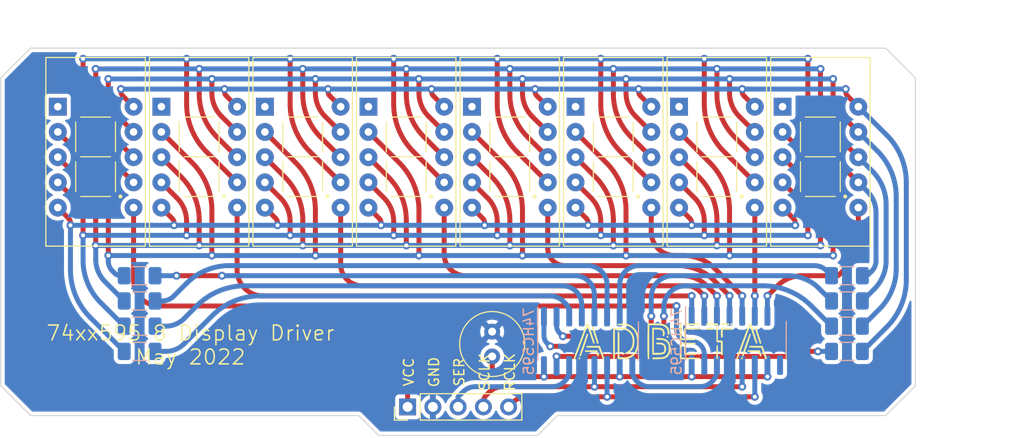
<source format=kicad_pcb>
(kicad_pcb (version 20211014) (generator pcbnew)
  (layers (0 "F.Cu" signal) (31 "B.Cu" signal) (34 "B.Paste" user) (35 "F.Paste" user) (36 "B.SilkS" user "B.Silkscreen") (37 "F.SilkS" user "F.Silkscreen") (38 "B.Mask" user) (39 "F.Mask" user) (44 "Edge.Cuts" user))
  (net 0 "")
  (net 1 "/Display Controller/V_IN")
  (net 2 "/Display Controller/GND_IN")
  (net 3 "/Display Controller/SER_IN")
  (net 4 "/Display Controller/SCLK_IN")
  (net 5 "/Display Controller/RCLK_IN")
  (net 6 "/Display Controller/sA")
  (net 7 "/Display Controller/sB")
  (net 8 "/Display Controller/sC")
  (net 9 "/Display Controller/sD")
  (net 10 "/Display Controller/sE")
  (net 11 "/Display Controller/sF")
  (net 12 "/Display Controller/sG")
  (net 13 "/Display Controller/sDP")
  (net 15 "/Display Controller/COM1")
  (net 17 "/Display Controller/COM2")
  (net 19 "/Display Controller/COM3")
  (net 21 "/Display Controller/COM4")
  (net 23 "/Display Controller/COM5")
  (net 25 "/Display Controller/COM6")
  (net 27 "/Display Controller/COM7")
  (net 29 "/Display Controller/COM8")
  (net 30 "Net-(R1-Pad1)")
  (net 32 "Net-(R2-Pad1)")
  (net 33 "Net-(R3-Pad1)")
  (net 34 "Net-(R4-Pad1)")
  (net 35 "Net-(R5-Pad1)")
  (net 36 "Net-(R6-Pad1)")
  (net 37 "Net-(R7-Pad1)")
  (net 38 "Net-(R8-Pad1)")
  (net 39 "Net-(U10-Pad14)")
  (footprint "Lib_Custom:E10301" (layer "F.Cu") (at 47.233999 23.52)
    (fp_text reference "U2" hide)
    (fp_text value "E10301")
  )
  (footprint "Lib_Custom:E10301" (layer "F.Cu") (at 99.303999 23.52)
    (fp_text reference "U7" hide)
    (fp_text value "E10301")
  )
  (footprint "Lib_Custom:E10301" (layer "F.Cu") (at 88.89 23.52)
    (fp_text reference "U6" hide)
    (fp_text value "E10301")
  )
  (footprint "Lib_Custom:E10301" (layer "F.Cu") (at 36.82 23.52)
    (fp_text reference "U1" hide)
    (fp_text value "E10301")
  )
  (footprint "Lib_Custom:ADBETA_Small" (layer "F.Cu") (at 94.742 53.848)
    (fp_text reference "G***" hide)
    (fp_text value "LOGO" hide)
  )
  (footprint "Lib_Custom:E10301" (layer "F.Cu") (at 68.061999 23.52)
    (fp_text reference "U4" hide)
    (fp_text value "E10301")
  )
  (footprint "Connector_PinHeader_2.54mm:PinHeader_1x05_P2.54mm_Vertical" (layer "F.Cu") (at 68.204 60.706 90)
    (fp_text reference "J1" hide)
    (fp_text value "Conn_Input" hide)
  )
  (footprint "Capacitor_THT:C_Radial_D6.3mm_H5.0mm_P2.50mm" (layer "F.Cu") (at 76.708 55.626 90)
    (fp_text reference "C1" hide)
    (fp_text value "100uF" hide)
  )
  (footprint "Lib_Custom:E10301" (layer "F.Cu") (at 57.648 23.52)
    (fp_text reference "U3" hide)
    (fp_text value "E10301")
  )
  (footprint "Lib_Custom:E10301" (layer "F.Cu") (at 109.718 23.52)
    (fp_text reference "U8" hide)
    (fp_text value "E10301")
  )
  (footprint "Lib_Custom:E10301" (layer "F.Cu") (at 78.475999 23.52)
    (fp_text reference "U5" hide)
    (fp_text value "E10301")
  )
  (footprint "Resistor_SMD:R_1206_3216Metric_Pad1.30x1.75mm_HandSolder" (layer "B.Cu") (at 112.395 47.498)
    (fp_text reference "R8" hide)
    (fp_text value "200" hide)
  )
  (footprint "Resistor_SMD:R_1206_3216Metric_Pad1.30x1.75mm_HandSolder" (layer "B.Cu") (at 112.395 55.118)
    (fp_text reference "R1" hide)
    (fp_text value "200" hide)
  )
  (footprint "Resistor_SMD:R_1206_3216Metric_Pad1.30x1.75mm_HandSolder" (layer "B.Cu") (at 112.395 52.578)
    (fp_text reference "R2" hide)
    (fp_text value "200" hide)
  )
  (footprint "Resistor_SMD:R_1206_3216Metric_Pad1.30x1.75mm_HandSolder" (layer "B.Cu") (at 41.249 47.498 180)
    (fp_text reference "R6" hide)
    (fp_text value "200" hide)
  )
  (footprint "Resistor_SMD:R_1206_3216Metric_Pad1.30x1.75mm_HandSolder" (layer "B.Cu") (at 41.249 52.577999 180)
    (fp_text reference "R5" hide)
    (fp_text value "200" hide)
  )
  (footprint "Package_SO:SOIC-16_3.9x9.9mm_P1.27mm" (layer "B.Cu") (at 101.219 54.037 -90)
    (fp_text reference "U10" hide)
    (fp_text value "74HC595")
  )
  (footprint "Resistor_SMD:R_1206_3216Metric_Pad1.30x1.75mm_HandSolder" (layer "B.Cu") (at 41.249 55.118 180)
    (fp_text reference "R4" hide)
    (fp_text value "200" hide)
  )
  (footprint "Resistor_SMD:R_1206_3216Metric_Pad1.30x1.75mm_HandSolder" (layer "B.Cu") (at 41.249 50.038 180)
    (fp_text reference "R7" hide)
    (fp_text value "200" hide)
  )
  (footprint "Resistor_SMD:R_1206_3216Metric_Pad1.30x1.75mm_HandSolder" (layer "B.Cu") (at 112.395 50.038001)
    (fp_text reference "R3" hide)
    (fp_text value "200" hide)
  )
  (footprint "Package_SO:SOIC-16_3.9x9.9mm_P1.27mm" (layer "B.Cu") (at 86.36 54.102 -90)
    (fp_text reference "U9" hide)
    (fp_text value "74HC595")
  )
  (gr_line (start 63.279 61.581999) (end 30.279 61.581999) (layer "Edge.Cuts") (width 0.1))
  (gr_line (start 81.279 63.581999) (end 82.279 62.581999) (layer "Edge.Cuts") (width 0.1))
  (gr_line (start 116.279 61.581999) (end 119.279 58.581999) (layer "Edge.Cuts") (width 0.1))
  (gr_line (start 119.279 58.581999) (end 119.279 27.581999) (layer "Edge.Cuts") (width 0.1))
  (gr_line (start 30.279 61.581999) (end 27.279 58.581999) (layer "Edge.Cuts") (width 0.1))
  (gr_line (start 83.279 61.581999) (end 116.279 61.581999) (layer "Edge.Cuts") (width 0.1))
  (gr_line (start 27.279 58.581999) (end 27.279 27.581999) (layer "Edge.Cuts") (width 0.1))
  (gr_line (start 82.279 62.581999) (end 83.279 61.581999) (layer "Edge.Cuts") (width 0.1))
  (gr_line (start 30.279 24.581999) (end 27.279 27.581999) (layer "Edge.Cuts") (width 0.1))
  (gr_line (start 119.279 27.581999) (end 116.279 24.581999) (layer "Edge.Cuts") (width 0.1))
  (gr_line (start 116.279 24.581999) (end 30.279 24.581999) (layer "Edge.Cuts") (width 0.1))
  (gr_line (start 65.279 63.581999) (end 63.279 61.581999) (layer "Edge.Cuts") (width 0.1))
  (gr_line (start 65.279 63.581999) (end 81.279 63.581999) (layer "Edge.Cuts") (width 0.1))
  (gr_text "RCLK" (at 78.48 57.2 90) (layer "F.SilkS") (effects (font (size 1 1))))
  (gr_text "74xx595 8 Display Driver\nMay 2022" (at 46.355 54.483) (layer "F.SilkS") (effects (font (size 1.5 1.5))))
  (gr_text "SCLK" (at 75.94 57.2 90) (layer "F.SilkS") (effects (font (size 1 1))))
  (gr_text "VCC" (at 68.32 57.2 90) (layer "F.SilkS") (effects (font (size 1 1))))
  (gr_text "SER" (at 73.4 57.2 90) (layer "F.SilkS") (effects (font (size 1 1))))
  (gr_text "GND" (at 70.86 57.2 90) (layer "F.SilkS") (effects (font (size 1 1))))
  (segment (start 68.707 58.166) (end 68.2015 58.6715) (width 0.5) (layer "F.Cu") (net 1))
  (segment (start 77.724 57.658) (end 75.692 57.658) (width 0.5) (layer "F.Cu") (net 1))
  (segment (start 69.93342 57.658) (end 75.692 57.658) (width 0.5) (layer "F.Cu") (net 1))
  (segment (start 76.708 56.642) (end 76.708 55.626) (width 0.5) (layer "F.Cu") (net 1))
  (segment (start 81.915 57.658) (end 77.724 57.658) (width 0.5) (layer "F.Cu") (net 1))
  (segment (start 68.204 58.682535) (end 68.204 60.706) (width 0.5) (layer "F.Cu") (net 1))
  (segment (start 81.915 57.658) (end 104.394 57.658) (width 0.5) (layer "F.Cu") (net 1))
  (via (at 104.394 57.658) (size 0.8) (drill 0.4) (layers "F.Cu" "B.Cu") (net 1))
  (via (at 89.535 57.658) (size 0.8) (drill 0.4) (layers "F.Cu" "B.Cu") (net 1))
  (via (at 96.774 57.658) (size 0.8) (drill 0.4) (layers "F.Cu" "B.Cu") (net 1))
  (via (at 81.915 57.658) (size 0.8) (drill 0.4) (layers "F.Cu" "B.Cu") (net 1))
  (arc (start 69.93342 57.658) (mid 69.269686 57.790024) (end 68.707 58.166) (width 0.5) (layer "F.Cu") (net 1))
  (arc (start 68.2015 58.6715) (mid 68.200464 58.674) (end 68.2015 58.6765) (width 0.5) (layer "F.Cu") (net 1))
  (arc (start 76.708 56.642) (mid 77.005579 57.36042) (end 77.724 57.658) (width 0.5) (layer "F.Cu") (net 1))
  (arc (start 68.2015 58.6765) (mid 68.20335 58.679268) (end 68.204 58.682535) (width 0.5) (layer "F.Cu") (net 1))
  (arc (start 75.692 57.658) (mid 76.41042 57.36042) (end 76.708 56.642) (width 0.5) (layer "F.Cu") (net 1))
  (segment (start 104.394 57.658) (end 104.394 56.512) (width 0.5) (layer "B.Cu") (net 1))
  (segment (start 89.535 57.658) (end 89.535 56.577) (width 0.5) (layer "B.Cu") (net 1))
  (segment (start 96.774 57.658) (end 96.774 56.512) (width 0.5) (layer "B.Cu") (net 1))
  (segment (start 81.915 57.658) (end 81.915 56.577) (width 0.5) (layer "B.Cu") (net 1))
  (segment (start 73.787 59.182) (end 73.2815 59.6875) (width 0.5) (layer "B.Cu") (net 3))
  (segment (start 84.072808 58.040191) (end 83.947 58.166) (width 0.5) (layer "B.Cu") (net 3))
  (segment (start 84.455 57.1175) (end 84.455 56.577) (width 0.5) (layer "B.Cu") (net 3))
  (segment (start 75.01342 58.674) (end 82.720579 58.674) (width 0.5) (layer "B.Cu") (net 3))
  (segment (start 73.284 59.698535) (end 73.284 60.706) (width 0.5) (layer "B.Cu") (net 3))
  (arc (start 73.2815 59.6875) (mid 73.280464 59.69) (end 73.2815 59.6925) (width 0.5) (layer "B.Cu") (net 3))
  (arc (start 73.2815 59.6925) (mid 73.28335 59.695268) (end 73.284 59.698535) (width 0.5) (layer "B.Cu") (net 3))
  (arc (start 83.947 58.166) (mid 83.384313 58.541975) (end 82.720579 58.674) (width 0.5) (layer "B.Cu") (net 3))
  (arc (start 75.01342 58.674) (mid 74.349686 58.806024) (end 73.787 59.182) (width 0.5) (layer "B.Cu") (net 3))
  (arc (start 84.455 57.1175) (mid 84.355671 57.616856) (end 84.072808 58.040191) (width 0.5) (layer "B.Cu") (net 3))
  (segment (start 77.770223 58.674) (end 86.995 58.674) (width 0.5) (layer "F.Cu") (net 4))
  (segment (start 76.131541 59.504458) (end 76.3905 59.2455) (width 0.5) (layer "F.Cu") (net 4))
  (segment (start 101.854 58.674) (end 86.995 58.674) (width 0.5) (layer "F.Cu") (net 4))
  (segment (start 75.8215 60.7035) (end 75.824 60.706) (width 0.5) (layer "F.Cu") (net 4))
  (segment (start 75.819 60.697464) (end 75.819 60.259) (width 0.5) (layer "F.Cu") (net 4))
  (via (at 86.995 58.674) (size 0.8) (drill 0.4) (layers "F.Cu" "B.Cu") (net 4))
  (via (at 101.854 58.674) (size 0.8) (drill 0.4) (layers "F.Cu" "B.Cu") (net 4))
  (arc (start 76.131541 59.504458) (mid 75.900226 59.850645) (end 75.819 60.259) (width 0.5) (layer "F.Cu") (net 4))
  (arc (start 75.819 60.697464) (mid 75.819649 60.70073) (end 75.8215 60.7035) (width 0.5) (layer "F.Cu") (net 4))
  (arc (start 77.770223 58.674) (mid 77.023522 58.822528) (end 76.3905 59.2455) (width 0.5) (layer "F.Cu") (net 4))
  (segment (start 101.854 58.674) (end 101.854 56.512) (width 0.5) (layer "B.Cu") (net 4))
  (segment (start 86.995 58.674) (end 86.995 56.577) (width 0.5) (layer "B.Cu") (net 4))
  (segment (start 103.124 59.69) (end 88.265 59.69) (width 0.5) (layer "F.Cu") (net 5))
  (segment (start 78.872 60.198) (end 78.364 60.706) (width 0.5) (layer "F.Cu") (net 5))
  (segment (start 80.09842 59.69) (end 88.265 59.69) (width 0.5) (layer "F.Cu") (net 5))
  (via (at 88.265 59.69) (size 0.8) (drill 0.4) (layers "F.Cu" "B.Cu") (net 5))
  (via (at 103.124 59.69) (size 0.8) (drill 0.4) (layers "F.Cu" "B.Cu") (net 5))
  (arc (start 80.09842 59.69) (mid 79.434686 59.822024) (end 78.872 60.198) (width 0.5) (layer "F.Cu") (net 5))
  (segment (start 88.265 59.69) (end 88.265 56.577) (width 0.5) (layer "B.Cu") (net 5))
  (segment (start 103.124 59.69) (end 103.124 56.512) (width 0.5) (layer "B.Cu") (net 5))
  (segment (start 112.447605 29.389605) (end 113.538 30.48) (width 0.5) (layer "F.Cu") (net 6))
  (segment (start 39.549605 29.389605) (end 40.64 30.48) (width 0.5) (layer "F.Cu") (net 6))
  (segment (start 70.611999 28.702) (end 70.611999 28.956) (width 0.5) (layer "F.Cu") (net 6))
  (segment (start 81.205604 29.389605) (end 82.295999 30.48) (width 0.5) (layer "F.Cu") (net 6))
  (segment (start 60.377605 29.389605) (end 61.468 30.48) (width 0.5) (layer "F.Cu") (net 6))
  (segment (start 101.853999 28.956) (end 101.853999 28.702) (width 0.5) (layer "F.Cu") (net 6))
  (segment (start 49.783999 28.702) (end 49.783999 28.956) (width 0.5) (layer "F.Cu") (net 6))
  (segment (start 91.44 28.956) (end 91.44 28.702) (width 0.5) (layer "F.Cu") (net 6))
  (segment (start 70.791604 29.389605) (end 71.881999 30.48) (width 0.5) (layer "F.Cu") (net 6))
  (segment (start 39.37 28.956) (end 39.37 28.702) (width 0.5) (layer "F.Cu") (net 6))
  (segment (start 112.268 28.702) (end 112.268 28.956) (width 0.5) (layer "F.Cu") (net 6))
  (segment (start 91.619605 29.389605) (end 92.71 30.48) (width 0.5) (layer "F.Cu") (net 6))
  (segment (start 81.025999 28.956) (end 81.025999 28.702) (width 0.5) (layer "F.Cu") (net 6))
  (segment (start 49.963604 29.389605) (end 51.053999 30.48) (width 0.5) (layer "F.Cu") (net 6))
  (segment (start 60.198 28.956) (end 60.198 28.702) (width 0.5) (layer "F.Cu") (net 6))
  (segment (start 102.033604 29.389605) (end 103.123999 30.48) (width 0.5) (layer "F.Cu") (net 6))
  (via (at 91.44 28.702) (size 0.8) (drill 0.4) (layers "F.Cu" "B.Cu") (net 6))
  (via (at 81.025999 28.702) (size 0.8) (drill 0.4) (layers "F.Cu" "B.Cu") (net 6))
  (via (at 39.37 28.702) (size 0.8) (drill 0.4) (layers "F.Cu" "B.Cu") (net 6))
  (via (at 101.853999 28.702) (size 0.8) (drill 0.4) (layers "F.Cu" "B.Cu") (net 6))
  (via (at 49.783999 28.702) (size 0.8) (drill 0.4) (layers "F.Cu" "B.Cu") (net 6))
  (via (at 70.611999 28.702) (size 0.8) (drill 0.4) (layers "F.Cu" "B.Cu") (net 6))
  (via (at 60.198 28.702) (size 0.8) (drill 0.4) (layers "F.Cu" "B.Cu") (net 6))
  (via (at 112.268 28.702) (size 0.8) (drill 0.4) (layers "F.Cu" "B.Cu") (net 6))
  (arc (start 60.198 28.956) (mid 60.244677 29.190665) (end 60.377605 29.389605) (width 0.5) (layer "F.Cu") (net 6))
  (arc (start 81.025999 28.956) (mid 81.072676 29.190665) (end 81.205604 29.389605) (width 0.5) (layer "F.Cu") (net 6))
  (arc (start 101.853999 28.956) (mid 101.900676 29.190665) (end 102.033604 29.389605) (width 0.5) (layer "F.Cu") (net 6))
  (arc (start 49.783999 28.956) (mid 49.830676 29.190665) (end 49.963604 29.389605) (width 0.5) (layer "F.Cu") (net 6))
  (arc (start 112.268 28.956) (mid 112.314677 29.190665) (end 112.447605 29.389605) (width 0.5) (layer "F.Cu") (net 6))
  (arc (start 91.44 28.956) (mid 91.486677 29.190665) (end 91.619605 29.389605) (width 0.5) (layer "F.Cu") (net 6))
  (arc (start 39.37 28.956) (mid 39.416677 29.190665) (end 39.549605 29.389605) (width 0.5) (layer "F.Cu") (net 6))
  (arc (start 70.611999 28.956) (mid 70.658676 29.190665) (end 70.791604 29.389605) (width 0.5) (layer "F.Cu") (net 6))
  (segment (start 112.268 28.702) (end 39.37 28.702) (width 0.5) (layer "B.Cu") (net 6))
  (segment (start 118.364 38.123456) (end 118.364 47.881543) (width 0.5) (layer "B.Cu") (net 6))
  (segment (start 116.371757 33.313757) (end 113.538 30.48) (width 0.5) (layer "B.Cu") (net 6))
  (segment (start 116.371757 52.691242) (end 113.945 55.118) (width 0.5) (layer "B.Cu") (net 6))
  (arc (start 118.364 47.881543) (mid 117.846232 50.484533) (end 116.371757 52.691242) (width 0.5) (layer "B.Cu") (net 6))
  (arc (start 116.371757 33.313757) (mid 117.846232 35.520465) (end 118.364 38.123456) (width 0.5) (layer "B.Cu") (net 6))
  (segment (start 80.743826 31.467828) (end 82.295998 33.02) (width 0.5) (layer "F.Cu") (net 7))
  (segment (start 90.17 27.686) (end 90.17 29.083) (width 0.5) (layer "F.Cu") (net 7))
  (segment (start 49.501826 31.467828) (end 51.053998 33.02) (width 0.5) (layer "F.Cu") (net 7))
  (segment (start 79.755999 27.686) (end 79.755999 29.083) (width 0.5) (layer "F.Cu") (net 7))
  (segment (start 39.087827 31.467828) (end 40.639999 33.02) (width 0.5) (layer "F.Cu") (net 7))
  (segment (start 59.915827 31.467828) (end 61.467999 33.02) (width 0.5) (layer "F.Cu") (net 7))
  (segment (start 58.928 27.686) (end 58.928 29.083) (width 0.5) (layer "F.Cu") (net 7))
  (segment (start 70.329826 31.467828) (end 71.881998 33.02) (width 0.5) (layer "F.Cu") (net 7))
  (segment (start 101.571826 31.467828) (end 103.123998 33.02) (width 0.5) (layer "F.Cu") (net 7))
  (segment (start 38.1 27.686) (end 38.1 29.083) (width 0.5) (layer "F.Cu") (net 7))
  (segment (start 69.341999 27.686) (end 69.341999 29.083) (width 0.5) (layer "F.Cu") (net 7))
  (segment (start 91.157827 31.467828) (end 92.709999 33.02) (width 0.5) (layer "F.Cu") (net 7))
  (segment (start 111.985827 31.467828) (end 113.537999 33.02) (width 0.5) (layer "F.Cu") (net 7))
  (segment (start 100.583999 27.686) (end 100.583999 29.083) (width 0.5) (layer "F.Cu") (net 7))
  (segment (start 110.998 27.686) (end 110.998 29.083) (width 0.5) (layer "F.Cu") (net 7))
  (segment (start 48.513999 27.686) (end 48.513999 29.083) (width 0.5) (layer "F.Cu") (net 7))
  (via (at 110.998 27.686) (size 0.8) (drill 0.4) (layers "F.Cu" "B.Cu") (net 7))
  (via (at 38.1 27.686) (size 0.8) (drill 0.4) (layers "F.Cu" "B.Cu") (net 7))
  (via (at 79.755999 27.686) (size 0.8) (drill 0.4) (layers "F.Cu" "B.Cu") (net 7))
  (via (at 48.513999 27.686) (size 0.8) (drill 0.4) (layers "F.Cu" "B.Cu") (net 7))
  (via (at 90.17 27.686) (size 0.8) (drill 0.4) (layers "F.Cu" "B.Cu") (net 7))
  (via (at 58.928 27.686) (size 0.8) (drill 0.4) (layers "F.Cu" "B.Cu") (net 7))
  (via (at 69.341999 27.686) (size 0.8) (drill 0.4) (layers "F.Cu" "B.Cu") (net 7))
  (via (at 100.583999 27.686) (size 0.8) (drill 0.4) (layers "F.Cu" "B.Cu") (net 7))
  (arc (start 48.513999 29.083) (mid 48.770726 30.373659) (end 49.501826 31.467828) (width 0.5) (layer "F.Cu") (net 7))
  (arc (start 38.1 29.083) (mid 38.356727 30.373659) (end 39.087827 31.467828) (width 0.5) (layer "F.Cu") (net 7))
  (arc (start 90.17 29.083) (mid 90.426727 30.373659) (end 91.157827 31.467828) (width 0.5) (layer "F.Cu") (net 7))
  (arc (start 100.583999 29.083) (mid 100.840726 30.373659) (end 101.571826 31.467828) (width 0.5) (layer "F.Cu") (net 7))
  (arc (start 58.928 29.083) (mid 59.184727 30.373659) (end 59.915827 31.467828) (width 0.5) (layer "F.Cu") (net 7))
  (arc (start 79.755999 29.083) (mid 80.012726 30.373659) (end 80.743826 31.467828) (width 0.5) (layer "F.Cu") (net 7))
  (arc (start 69.341999 29.083) (mid 69.598726 30.373659) (end 70.329826 31.467828) (width 0.5) (layer "F.Cu") (net 7))
  (arc (start 110.998 29.083) (mid 111.254727 30.373659) (end 111.985827 31.467828) (width 0.5) (layer "F.Cu") (net 7))
  (segment (start 115.443 34.925) (end 113.538 33.02) (width 0.5) (layer "B.Cu") (net 7))
  (segment (start 115.6465 50.8765) (end 113.945 52.578) (width 0.5) (layer "B.Cu") (net 7))
  (segment (start 117.348 46.768715) (end 117.348 39.524076) (width 0.5) (layer "B.Cu") (net 7))
  (segment (start 110.998 27.686) (end 38.1 27.686) (width 0.5) (layer "B.Cu") (net 7))
  (arc (start 115.443 34.925) (mid 116.852906 37.035074) (end 117.348 39.524076) (width 0.5) (layer "B.Cu") (net 7))
  (arc (start 117.348 46.768715) (mid 116.905794 48.991832) (end 115.6465 50.8765) (width 0.5) (layer "B.Cu") (net 7))
  (segment (start 111.524051 33.546051) (end 113.538 35.56) (width 0.5) (layer "F.Cu") (net 8))
  (segment (start 109.728 29.21) (end 109.728 26.67) (width 0.5) (layer "F.Cu") (net 8))
  (segment (start 99.313999 29.21) (end 99.313999 26.67) (width 0.5) (layer "F.Cu") (net 8))
  (segment (start 68.071999 29.21) (end 68.071999 26.67) (width 0.5) (layer "F.Cu") (net 8))
  (segment (start 38.626051 33.546051) (end 40.64 35.56) (width 0.5) (layer "F.Cu") (net 8))
  (segment (start 36.83 29.21) (end 36.83 26.67) (width 0.5) (layer "F.Cu") (net 8))
  (segment (start 69.86805 33.546051) (end 71.881999 35.56) (width 0.5) (layer "F.Cu") (net 8))
  (segment (start 59.454051 33.546051) (end 61.468 35.56) (width 0.5) (layer "F.Cu") (net 8))
  (segment (start 88.9 29.21) (end 88.9 26.67) (width 0.5) (layer "F.Cu") (net 8))
  (segment (start 101.11005 33.546051) (end 103.123999 35.56) (width 0.5) (layer "F.Cu") (net 8))
  (segment (start 78.485999 29.21) (end 78.485999 26.67) (width 0.5) (layer "F.Cu") (net 8))
  (segment (start 90.696051 33.546051) (end 92.71 35.56) (width 0.5) (layer "F.Cu") (net 8))
  (segment (start 47.243999 29.21) (end 47.243999 26.67) (width 0.5) (layer "F.Cu") (net 8))
  (segment (start 57.658 29.21) (end 57.658 26.67) (width 0.5) (layer "F.Cu") (net 8))
  (segment (start 49.04005 33.546051) (end 51.053999 35.56) (width 0.5) (layer "F.Cu") (net 8))
  (segment (start 80.28205 33.546051) (end 82.295999 35.56) (width 0.5) (layer "F.Cu") (net 8))
  (via (at 57.658 26.67) (size 0.8) (drill 0.4) (layers "F.Cu" "B.Cu") (net 8))
  (via (at 36.83 26.67) (size 0.8) (drill 0.4) (layers "F.Cu" "B.Cu") (net 8))
  (via (at 78.485999 26.67) (size 0.8) (drill 0.4) (layers "F.Cu" "B.Cu") (net 8))
  (via (at 47.243999 26.67) (size 0.8) (drill 0.4) (layers "F.Cu" "B.Cu") (net 8))
  (via (at 68.071999 26.67) (size 0.8) (drill 0.4) (layers "F.Cu" "B.Cu") (net 8))
  (via (at 109.728 26.67) (size 0.8) (drill 0.4) (layers "F.Cu" "B.Cu") (net 8))
  (via (at 88.9 26.67) (size 0.8) (drill 0.4) (layers "F.Cu" "B.Cu") (net 8))
  (via (at 99.313999 26.67) (size 0.8) (drill 0.4) (layers "F.Cu" "B.Cu") (net 8))
  (arc (start 88.9 29.21) (mid 89.366778 31.556653) (end 90.696051 33.546051) (width 0.5) (layer "F.Cu") (net 8))
  (arc (start 68.071999 29.21) (mid 68.538777 31.556653) (end 69.86805 33.546051) (width 0.5) (layer "F.Cu") (net 8))
  (arc (start 109.728 29.21) (mid 110.194778 31.556653) (end 111.524051 33.546051) (width 0.5) (layer "F.Cu") (net 8))
  (arc (start 99.313999 29.21) (mid 99.780777 31.556653) (end 101.11005 33.546051) (width 0.5) (layer "F.Cu") (net 8))
  (arc (start 78.485999 29.21) (mid 78.952777 31.556653) (end 80.28205 33.546051) (width 0.5) (layer "F.Cu") (net 8))
  (arc (start 47.243999 29.21) (mid 47.710777 31.556653) (end 49.04005 33.546051) (width 0.5) (layer "F.Cu") (net 8))
  (arc (start 36.83 29.21) (mid 37.296778 31.556653) (end 38.626051 33.546051) (width 0.5) (layer "F.Cu") (net 8))
  (arc (start 57.658 29.21) (mid 58.124778 31.556653) (end 59.454051 33.546051) (width 0.5) (layer "F.Cu") (net 8))
  (segment (start 114.935 36.957) (end 113.538 35.56) (width 0.5) (layer "B.Cu") (net 8))
  (segment (start 36.83 26.67) (end 109.728 26.67) (width 0.5) (layer "B.Cu") (net 8))
  (segment (start 115.1385 48.844501) (end 113.945 50.038001) (width 0.5) (layer "B.Cu") (net 8))
  (segment (start 116.332 40.329656) (end 116.332 45.963137) (width 0.5) (layer "B.Cu") (net 8))
  (arc (start 116.332 45.963137) (mid 116.021819 47.522519) (end 115.1385 48.844501) (width 0.5) (layer "B.Cu") (net 8))
  (arc (start 114.935 36.957) (mid 115.968931 38.504387) (end 116.332 40.329656) (width 0.5) (layer "B.Cu") (net 8))
  (segment (start 65.531999 42.164) (end 65.531999 42.418) (width 0.5) (layer "F.Cu") (net 9))
  (segment (start 75.766393 41.730394) (end 74.675999 40.64) (width 0.5) (layer "F.Cu") (net 9))
  (segment (start 75.945999 42.418) (end 75.945999 42.164) (width 0.5) (layer "F.Cu") (net 9))
  (segment (start 65.352393 41.730394) (end 64.261999 40.64) (width 0.5) (layer "F.Cu") (net 9))
  (segment (start 54.938394 41.730394) (end 53.848 40.64) (width 0.5) (layer "F.Cu") (net 9))
  (segment (start 86.180394 41.730394) (end 85.09 40.64) (width 0.5) (layer "F.Cu") (net 9))
  (segment (start 86.36 42.418) (end 86.36 42.164) (width 0.5) (layer "F.Cu") (net 9))
  (segment (start 34.29 42.164) (end 34.29 42.418) (width 0.5) (layer "F.Cu") (net 9))
  (segment (start 44.703999 42.164) (end 44.703999 42.418) (width 0.5) (layer "F.Cu") (net 9))
  (segment (start 96.594393 41.730394) (end 95.503999 40.64) (width 0.5) (layer "F.Cu") (net 9))
  (segment (start 107.188 42.164) (end 107.188 42.418) (width 0.5) (layer "F.Cu") (net 9))
  (segment (start 107.008394 41.730394) (end 105.918 40.64) (width 0.5) (layer "F.Cu") (net 9))
  (segment (start 96.773999 42.164) (end 96.773999 42.418) (width 0.5) (layer "F.Cu") (net 9))
  (segment (start 55.118 42.164) (end 55.118 42.418) (width 0.5) (layer "F.Cu") (net 9))
  (segment (start 34.110394 41.730394) (end 33.02 40.64) (width 0.5) (layer "F.Cu") (net 9))
  (segment (start 44.524393 41.730394) (end 43.433999 40.64) (width 0.5) (layer "F.Cu") (net 9))
  (via (at 55.118 42.418) (size 0.8) (drill 0.4) (layers "F.Cu" "B.Cu") (net 9))
  (via (at 75.945999 42.418) (size 0.8) (drill 0.4) (layers "F.Cu" "B.Cu") (net 9))
  (via (at 107.188 42.418) (size 0.8) (drill 0.4) (layers "F.Cu" "B.Cu") (net 9))
  (via (at 65.531999 42.418) (size 0.8) (drill 0.4) (layers "F.Cu" "B.Cu") (net 9))
  (via (at 44.703999 42.418) (size 0.8) (drill 0.4) (layers "F.Cu" "B.Cu") (net 9))
  (via (at 34.29 42.418) (size 0.8) (drill 0.4) (layers "F.Cu" "B.Cu") (net 9))
  (via (at 86.36 42.418) (size 0.8) (drill 0.4) (layers "F.Cu" "B.Cu") (net 9))
  (via (at 96.773999 42.418) (size 0.8) (drill 0.4) (layers "F.Cu" "B.Cu") (net 9))
  (arc (start 75.766393 41.730394) (mid 75.89932 41.929334) (end 75.945999 42.164) (width 0.5) (layer "F.Cu") (net 9))
  (arc (start 96.594393 41.730394) (mid 96.72732 41.929334) (end 96.773999 42.164) (width 0.5) (layer "F.Cu") (net 9))
  (arc (start 34.110394 41.730394) (mid 34.243321 41.929334) (end 34.29 42.164) (width 0.5) (layer "F.Cu") (net 9))
  (arc (start 65.352393 41.730394) (mid 65.48532 41.929334) (end 65.531999 42.164) (width 0.5) (layer "F.Cu") (net 9))
  (arc (start 54.938394 41.730394) (mid 55.071321 41.929334) (end 55.118 42.164) (width 0.5) (layer "F.Cu") (net 9))
  (arc (start 86.180394 41.730394) (mid 86.313321 41.929334) (end 86.36 42.164) (width 0.5) (layer "F.Cu") (net 9))
  (arc (start 44.524393 41.730394) (mid 44.65732 41.929334) (end 44.703999 42.164) (width 0.5) (layer "F.Cu") (net 9))
  (arc (start 107.008394 41.730394) (mid 107.141321 41.929334) (end 107.188 42.164) (width 0.5) (layer "F.Cu") (net 9))
  (segment (start 36.282242 51.701242) (end 39.699 55.118) (width 0.5) (layer "B.Cu") (net 9))
  (segment (start 34.29 42.418) (end 34.29 46.891543) (width 0.5) (layer "B.Cu") (net 9))
  (segment (start 34.29 42.418) (end 107.188 42.418) (width 0.5) (layer "B.Cu") (net 9))
  (arc (start 34.29 46.891543) (mid 34.807766 49.494533) (end 36.282242 51.701242) (width 0.5) (layer "B.Cu") (net 9))
  (segment (start 98.043999 42.037) (end 98.043999 43.434) (width 0.5) (layer "F.Cu") (net 10))
  (segment (start 87.63 43.434) (end 87.63 42.037) (width 0.5) (layer "F.Cu") (net 10))
  (segment (start 76.228171 39.652171) (end 74.676 38.1) (width 0.5) (layer "F.Cu") (net 10))
  (segment (start 66.801999 42.037) (end 66.801999 43.434) (width 0.5) (layer "F.Cu") (net 10))
  (segment (start 34.572172 39.652171) (end 33.020001 38.1) (width 0.5) (layer "F.Cu") (net 10))
  (segment (start 108.458 42.037) (end 108.458 43.434) (width 0.5) (layer "F.Cu") (net 10))
  (segment (start 55.400172 39.652171) (end 53.848001 38.1) (width 0.5) (layer "F.Cu") (net 10))
  (segment (start 56.388 42.037) (end 56.388 43.434) (width 0.5) (layer "F.Cu") (net 10))
  (segment (start 65.814171 39.652171) (end 64.262 38.1) (width 0.5) (layer "F.Cu") (net 10))
  (segment (start 45.973999 42.037) (end 45.973999 43.434) (width 0.5) (layer "F.Cu") (net 10))
  (segment (start 35.56 42.037) (end 35.56 43.434) (width 0.5) (layer "F.Cu") (net 10))
  (segment (start 77.215999 42.037) (end 77.215999 43.434) (width 0.5) (layer "F.Cu") (net 10))
  (segment (start 107.470172 39.652171) (end 105.918001 38.1) (width 0.5) (layer "F.Cu") (net 10))
  (segment (start 97.056171 39.652171) (end 95.504 38.1) (width 0.5) (layer "F.Cu") (net 10))
  (segment (start 86.642172 39.652171) (end 85.090001 38.1) (width 0.5) (layer "F.Cu") (net 10))
  (segment (start 44.986171 39.652171) (end 43.434 38.1) (width 0.5) (layer "F.Cu") (net 10))
  (via (at 98.043999 43.434) (size 0.8) (drill 0.4) (layers "F.Cu" "B.Cu") (net 10))
  (via (at 77.215999 43.434) (size 0.8) (drill 0.4) (layers "F.Cu" "B.Cu") (net 10))
  (via (at 87.63 43.434) (size 0.8) (drill 0.4) (layers "F.Cu" "B.Cu") (net 10))
  (via (at 66.801999 43.434) (size 0.8) (drill 0.4) (layers "F.Cu" "B.Cu") (net 10))
  (via (at 35.56 43.434) (size 0.8) (drill 0.4) (layers "F.Cu" "B.Cu") (net 10))
  (via (at 56.388 43.434) (size 0.8) (drill 0.4) (layers "F.Cu" "B.Cu") (net 10))
  (via (at 108.458 43.434) (size 0.8) (drill 0.4) (layers "F.Cu" "B.Cu") (net 10))
  (via (at 45.973999 43.434) (size 0.8) (drill 0.4) (layers "F.Cu" "B.Cu") (net 10))
  (arc (start 55.400172 39.652171) (mid 56.131271 40.74634) (end 56.388 42.037) (width 0.5) (layer "F.Cu") (net 10))
  (arc (start 65.814171 39.652171) (mid 66.54527 40.74634) (end 66.801999 42.037) (width 0.5) (layer "F.Cu") (net 10))
  (arc (start 97.056171 39.652171) (mid 97.78727 40.74634) (end 98.043999 42.037) (width 0.5) (layer "F.Cu") (net 10))
  (arc (start 44.986171 39.652171) (mid 45.71727 40.74634) (end 45.973999 42.037) (width 0.5) (layer "F.Cu") (net 10))
  (arc (start 34.572172 39.652171) (mid 35.303271 40.74634) (end 35.56 42.037) (width 0.5) (layer "F.Cu") (net 10))
  (arc (start 107.470172 39.652171) (mid 108.201271 40.74634) (end 108.458 42.037) (width 0.5) (layer "F.Cu") (net 10))
  (arc (start 76.228171 39.652171) (mid 76.95927 40.74634) (end 77.215999 42.037) (width 0.5) (layer "F.Cu") (net 10))
  (arc (start 86.642172 39.652171) (mid 87.373271 40.74634) (end 87.63 42.037) (width 0.5) (layer "F.Cu") (net 10))
  (segment (start 35.56 45.936499) (end 35.56 43.434) (width 0.5) (layer "B.Cu") (net 10))
  (segment (start 108.458 43.434) (end 35.56 43.434) (width 0.5) (layer "B.Cu") (net 10))
  (segment (start 37.329534 50.208533) (end 39.699 52.577999) (width 0.5) (layer "B.Cu") (net 10))
  (arc (start 35.56 45.936499) (mid 36.019886 48.248507) (end 37.329534 50.208533) (width 0.5) (layer "B.Cu") (net 10))
  (segment (start 46.521757 36.107757) (end 43.433999 33.02) (width 0.5) (layer "F.Cu") (net 11))
  (segment (start 88.177758 36.107757) (end 85.09 33.02) (width 0.5) (layer "F.Cu") (net 11))
  (segment (start 67.349757 36.107757) (end 64.261999 33.02) (width 0.5) (layer "F.Cu") (net 11))
  (segment (start 48.513999 40.917456) (end 48.513999 45.466) (width 0.5) (layer "F.Cu") (net 11))
  (segment (start 110.998 40.917456) (end 110.998 45.466) (width 0.5) (layer "F.Cu") (net 11))
  (segment (start 58.928 40.917456) (end 58.928 45.466) (width 0.5) (layer "F.Cu") (net 11))
  (segment (start 36.107758 36.107757) (end 33.02 33.02) (width 0.5) (layer "F.Cu") (net 11))
  (segment (start 69.341999 40.917456) (end 69.341999 45.466) (width 0.5) (layer "F.Cu") (net 11))
  (segment (start 56.935758 36.107757) (end 53.848 33.02) (width 0.5) (layer "F.Cu") (net 11))
  (segment (start 98.591757 36.107757) (end 95.503999 33.02) (width 0.5) (layer "F.Cu") (net 11))
  (segment (start 38.1 45.466) (end 38.1 40.917456) (width 0.5) (layer "F.Cu") (net 11))
  (segment (start 77.763757 36.107757) (end 74.675999 33.02) (width 0.5) (layer "F.Cu") (net 11))
  (segment (start 90.17 40.917456) (end 90.17 45.466) (width 0.5) (layer "F.Cu") (net 11))
  (segment (start 100.583999 40.917456) (end 100.583999 45.466) (width 0.5) (layer "F.Cu") (net 11))
  (segment (start 79.755999 45.466) (end 79.755999 40.917456) (width 0.5) (layer "F.Cu") (net 11))
  (segment (start 109.005758 36.107757) (end 105.918 33.02) (width 0.5) (layer "F.Cu") (net 11))
  (via (at 69.341999 45.466) (size 0.8) (drill 0.4) (layers "F.Cu" "B.Cu") (net 11))
  (via (at 58.928 45.466) (size 0.8) (drill 0.4) (layers "F.Cu" "B.Cu") (net 11))
  (via (at 110.998 45.466) (size 0.8) (drill 0.4) (layers "F.Cu" "B.Cu") (net 11))
  (via (at 90.17 45.466) (size 0.8) (drill 0.4) (layers "F.Cu" "B.Cu") (net 11))
  (via (at 79.755999 45.466) (size 0.8) (drill 0.4) (layers "F.Cu" "B.Cu") (net 11))
  (via (at 100.583999 45.466) (size 0.8) (drill 0.4) (layers "F.Cu" "B.Cu") (net 11))
  (via (at 48.513999 45.466) (size 0.8) (drill 0.4) (layers "F.Cu" "B.Cu") (net 11))
  (via (at 38.1 45.466) (size 0.8) (drill 0.4) (layers "F.Cu" "B.Cu") (net 11))
  (arc (start 109.005758 36.107757) (mid 110.480233 38.314465) (end 110.998 40.917456) (width 0.5) (layer "F.Cu") (net 11))
  (arc (start 36.107758 36.107757) (mid 37.582233 38.314465) (end 38.1 40.917456) (width 0.5) (layer "F.Cu") (net 11))
  (arc (start 88.177758 36.107757) (mid 89.652233 38.314465) (end 90.17 40.917456) (width 0.5) (layer "F.Cu") (net 11))
  (arc (start 46.521757 36.107757) (mid 47.996232 38.314465) (end 48.513999 40.917456) (width 0.5) (layer "F.Cu") (net 11))
  (arc (start 98.591757 36.107757) (mid 100.066232 38.314465) (end 100.583999 40.917456) (width 0.5) (layer "F.Cu") (net 11))
  (arc (start 67.349757 36.107757) (mid 68.824232 38.314465) (end 69.341999 40.917456) (width 0.5) (layer "F.Cu") (net 11))
  (arc (start 56.935758 36.107757) (mid 58.410233 38.314465) (end 58.928 40.917456) (width 0.5) (layer "F.Cu") (net 11))
  (arc (start 77.763757 36.107757) (mid 79.238232 38.314465) (end 79.755999 40.917456) (width 0.5) (layer "F.Cu") (net 11))
  (segment (start 38.1 45.466) (end 110.998 45.466) (width 0.5) (layer "B.Cu") (net 11))
  (segment (start 39.344 47.498) (end 39.699 47.498) (width 0.5) (layer "B.Cu") (net 11))
  (segment (start 38.1 45.466) (end 38.1 46.0375) (width 0.5) (layer "B.Cu") (net 11))
  (segment (start 38.504111 47.013111) (end 38.737977 47.246977) (width 0.5) (layer "B.Cu") (net 11))
  (arc (start 38.737977 47.246977) (mid 39.016022 47.432761) (end 39.344 47.498) (width 0.5) (layer "B.Cu") (net 11))
  (arc (start 38.1 46.0375) (mid 38.205025 46.565497) (end 38.504111 47.013111) (width 0.5) (layer "B.Cu") (net 11))
  (segment (start 78.485999 41.91) (end 78.485999 44.45) (width 0.5) (layer "F.Cu") (net 12))
  (segment (start 99.313999 44.45) (end 99.313999 41.91) (width 0.5) (layer "F.Cu") (net 12))
  (segment (start 76.689948 37.573949) (end 74.675999 35.56) (width 0.5) (layer "F.Cu") (net 12))
  (segment (start 109.728 44.45) (end 109.728 41.91) (width 0.5) (layer "F.Cu") (net 12))
  (segment (start 66.275948 37.573949) (end 64.261999 35.56) (width 0.5) (layer "F.Cu") (net 12))
  (segment (start 87.103949 37.573949) (end 85.09 35.56) (width 0.5) (layer "F.Cu") (net 12))
  (segment (start 45.447948 37.573949) (end 43.433999 35.56) (width 0.5) (layer "F.Cu") (net 12))
  (segment (start 35.033949 37.573949) (end 33.02 35.56) (width 0.5) (layer "F.Cu") (net 12))
  (segment (start 36.83 44.45) (end 36.83 41.91) (width 0.5) (layer "F.Cu") (net 12))
  (segment (start 47.243999 41.91) (end 47.243999 44.45) (width 0.5) (layer "F.Cu") (net 12))
  (segment (start 55.861949 37.573949) (end 53.848 35.56) (width 0.5) (layer "F.Cu") (net 12))
  (segment (start 107.931949 37.573949) (end 105.918 35.56) (width 0.5) (layer "F.Cu") (net 12))
  (segment (start 97.517948 37.573949) (end 95.503999 35.56) (width 0.5) (layer "F.Cu") (net 12))
  (segment (start 57.658 44.45) (end 57.658 41.91) (width 0.5) (layer "F.Cu") (net 12))
  (segment (start 88.9 41.91) (end 88.9 44.45) (width 0.5) (layer "F.Cu") (net 12))
  (segment (start 68.071999 44.45) (end 68.071999 41.91) (width 0.5) (layer "F.Cu") (net 12))
  (via (at 47.243999 44.45) (size 0.8) (drill 0.4) (layers "F.Cu" "B.Cu") (net 12))
  (via (at 99.313999 44.45) (size 0.8) (drill 0.4) (layers "F.Cu" "B.Cu") (net 12))
  (via (at 88.9 44.45) (size 0.8) (drill 0.4) (layers "F.Cu" "B.Cu") (net 12))
  (via (at 78.485999 44.45) (size 0.8) (drill 0.4) (layers "F.Cu" "B.Cu") (net 12))
  (via (at 109.728 44.45) (size 0.8) (drill 0.4) (layers "F.Cu" "B.Cu") (net 12))
  (via (at 57.658 44.45) (size 0.8) (drill 0.4) (layers "F.Cu" "B.Cu") (net 12))
  (via (at 68.071999 44.45) (size 0.8) (drill 0.4) (layers "F.Cu" "B.Cu") (net 12))
  (via (at 36.83 44.45) (size 0.8) (drill 0.4) (layers "F.Cu" "B.Cu") (net 12))
  (arc (start 76.689948 37.573949) (mid 78.01922 39.563346) (end 78.485999 41.91) (width 0.5) (layer "F.Cu") (net 12))
  (arc (start 66.275948 37.573949) (mid 67.60522 39.563346) (end 68.071999 41.91) (width 0.5) (layer "F.Cu") (net 12))
  (arc (start 97.517948 37.573949) (mid 98.84722 39.563346) (end 99.313999 41.91) (width 0.5) (layer "F.Cu") (net 12))
  (arc (start 107.931949 37.573949) (mid 109.261221 39.563346) (end 109.728 41.91) (width 0.5) (layer "F.Cu") (net 12))
  (arc (start 35.033949 37.573949) (mid 36.363221 39.563346) (end 36.83 41.91) (width 0.5) (layer "F.Cu") (net 12))
  (arc (start 87.103949 37.573949) (mid 88.433221 39.563346) (end 88.9 41.91) (width 0.5) (layer "F.Cu") (net 12))
  (arc (start 45.447948 37.573949) (mid 46.77722 39.563346) (end 47.243999 41.91) (width 0.5) (layer "F.Cu") (net 12))
  (arc (start 55.861949 37.573949) (mid 57.191221 39.563346) (end 57.658 41.91) (width 0.5) (layer "F.Cu") (net 12))
  (segment (start 36.83 44.45) (end 36.83 45.8095) (width 0.5) (layer "B.Cu") (net 12))
  (segment (start 36.83 44.45) (end 109.728 44.45) (width 0.5) (layer "B.Cu") (net 12))
  (segment (start 37.791311 48.130311) (end 39.699 50.038) (width 0.5) (layer "B.Cu") (net 12))
  (arc (start 36.83 45.8095) (mid 37.079836 47.065514) (end 37.791311 48.130311) (width 0.5) (layer "B.Cu") (net 12))
  (segment (start 45.973999 25.654) (end 45.973999 30.202543) (width 0.5) (layer "F.Cu") (net 13))
  (segment (start 37.552242 35.012242) (end 40.64 38.1) (width 0.5) (layer "F.Cu") (net 13))
  (segment (start 66.801999 25.654) (end 66.801999 30.202543) (width 0.5) (layer "F.Cu") (net 13))
  (segment (start 108.458 25.654) (end 108.458 30.202543) (width 0.5) (layer "F.Cu") (net 13))
  (segment (start 77.215999 30.202543) (end 77.215999 25.654) (width 0.5) (layer "F.Cu") (net 13))
  (segment (start 89.622242 35.012242) (end 92.71 38.1) (width 0.5) (layer "F.Cu") (net 13))
  (segment (start 68.794241 35.012242) (end 71.881999 38.1) (width 0.5) (layer "F.Cu") (net 13))
  (segment (start 35.56 25.654) (end 35.56 30.202543) (width 0.5) (layer "F.Cu") (net 13))
  (segment (start 98.043999 30.202543) (end 98.043999 25.654) (width 0.5) (layer "F.Cu") (net 13))
  (segment (start 79.208241 35.012242) (end 82.295999 38.1) (width 0.5) (layer "F.Cu") (net 13))
  (segment (start 100.036241 35.012242) (end 103.123999 38.1) (width 0.5) (layer "F.Cu") (net 13))
  (segment (start 56.388 25.654) (end 56.388 30.202543) (width 0.5) (layer "F.Cu") (net 13))
  (segment (start 47.966241 35.012242) (end 51.053999 38.1) (width 0.5) (layer "F.Cu") (net 13))
  (segment (start 58.380242 35.012242) (end 61.468 38.1) (width 0.5) (layer "F.Cu") (net 13))
  (segment (start 87.63 30.202543) (end 87.63 25.654) (width 0.5) (layer "F.Cu") (net 13))
  (segment (start 110.450242 35.012242) (end 113.538 38.1) (width 0.5) (layer "F.Cu") (net 13))
  (via (at 77.215999 25.654) (size 0.8) (drill 0.4) (layers "F.Cu" "B.Cu") (net 13))
  (via (at 87.63 25.654) (size 0.8) (drill 0.4) (layers "F.Cu" "B.Cu") (net 13))
  (via (at 45.973999 25.654) (size 0.8) (drill 0.4) (layers "F.Cu" "B.Cu") (net 13))
  (via (at 98.043999 25.654) (size 0.8) (drill 0.4) (layers "F.Cu" "B.Cu") (net 13))
  (via (at 66.801999 25.654) (size 0.8) (drill 0.4) (layers "F.Cu" "B.Cu") (net 13))
  (via (at 56.388 25.654) (size 0.8) (drill 0.4) (layers "F.Cu" "B.Cu") (net 13))
  (via (at 108.458 25.654) (size 0.8) (drill 0.4) (layers "F.Cu" "B.Cu") (net 13))
  (via (at 35.56 25.654) (size 0.8) (drill 0.4) (layers "F.Cu" "B.Cu") (net 13))
  (arc (start 35.56 30.202543) (mid 36.077766 32.805533) (end 37.552242 35.012242) (width 0.5) (layer "F.Cu") (net 13))
  (arc (start 87.63 30.202543) (mid 88.147766 32.805533) (end 89.622242 35.012242) (width 0.5) (layer "F.Cu") (net 13))
  (arc (start 108.458 30.202543) (mid 108.975766 32.805533) (end 110.450242 35.012242) (width 0.5) (layer "F.Cu") (net 13))
  (arc (start 45.973999 30.202543) (mid 46.491765 32.805533) (end 47.966241 35.012242) (width 0.5) (layer "F.Cu") (net 13))
  (arc (start 98.043999 30.202543) (mid 98.561765 32.805533) (end 100.036241 35.012242) (width 0.5) (layer "F.Cu") (net 13))
  (arc (start 56.388 30.202543) (mid 56.905766 32.805533) (end 58.380242 35.012242) (width 0.5) (layer "F.Cu") (net 13))
  (arc (start 77.215999 30.202543) (mid 77.733765 32.805533) (end 79.208241 35.012242) (width 0.5) (layer "F.Cu") (net 13))
  (arc (start 66.801999 30.202543) (mid 67.319765 32.805533) (end 68.794241 35.012242) (width 0.5) (layer "F.Cu") (net 13))
  (segment (start 35.56 25.654) (end 108.458 25.654) (width 0.5) (layer "B.Cu") (net 13))
  (segment (start 114.186 47.498) (end 113.945 47.498) (width 0.5) (layer "B.Cu") (net 13))
  (segment (start 115.316 41.135235) (end 115.316 45.980382) (width 0.5) (layer "B.Cu") (net 13))
  (segment (start 114.427 38.989) (end 113.538 38.1) (width 0.5) (layer "B.Cu") (net 13))
  (segment (start 114.597412 47.327587) (end 114.8715 47.0535) (width 0.5) (layer "B.Cu") (net 13))
  (arc (start 115.316 45.980382) (mid 115.200478 46.561149) (end 114.8715 47.0535) (width 0.5) (layer "B.Cu") (net 13))
  (arc (start 114.427 38.989) (mid 115.084956 39.973701) (end 115.316 41.135235) (width 0.5) (layer "B.Cu") (net 13))
  (arc (start 114.597412 47.327587) (mid 114.408654 47.453711) (end 114.186 47.498) (width 0.5) (layer "B.Cu") (net 13))
  (segment (start 43.24163 50.546) (end 95.25 50.546) (width 0.5) (layer "F.Cu") (net 15))
  (segment (start 40.64 47.944369) (end 40.64 40.64) (width 0.5) (layer "F.Cu") (net 15))
  (via (at 95.25 50.546) (size 0.8) (drill 0.4) (layers "F.Cu" "B.Cu") (net 15))
  (arc (start 40.64 47.944369) (mid 40.838037 48.93997) (end 41.402 49.784) (width 0.5) (layer "F.Cu") (net 15))
  (arc (start 41.402 49.784) (mid 42.246029 50.347962) (end 43.24163 50.546) (width 0.5) (layer "F.Cu") (net 15))
  (segment (start 95.25 50.546) (end 95.25 52.801184) (width 0.5) (layer "B.Cu") (net 15))
  (segment (start 96.550815 54.102) (end 96.743184 54.102) (width 0.5) (layer "B.Cu") (net 15))
  (segment (start 98.044 55.402815) (end 98.044 56.512) (width 0.5) (layer "B.Cu") (net 15))
  (arc (start 97.663 54.483) (mid 97.240984 54.201018) (end 96.743184 54.102) (width 0.5) (layer "B.Cu") (net 15))
  (arc (start 95.631 53.721) (mid 96.053014 54.002981) (end 96.550815 54.102) (width 0.5) (layer "B.Cu") (net 15))
  (arc (start 97.663 54.483) (mid 97.944981 54.905014) (end 98.044 55.402815) (width 0.5) (layer "B.Cu") (net 15))
  (arc (start 95.25 52.801184) (mid 95.349018 53.298984) (end 95.631 53.721) (width 0.5) (layer "B.Cu") (net 15))
  (segment (start 96.774 49.53) (end 53.65563 49.53) (width 0.5) (layer "F.Cu") (net 17))
  (segment (start 51.053999 46.928369) (end 51.053999 40.64) (width 0.5) (layer "F.Cu") (net 17))
  (via (at 96.774 49.53) (size 0.8) (drill 0.4) (layers "F.Cu" "B.Cu") (net 17))
  (arc (start 51.816 48.768) (mid 52.660029 49.331962) (end 53.65563 49.53) (width 0.5) (layer "F.Cu") (net 17))
  (arc (start 51.053999 46.928369) (mid 51.252037 47.92397) (end 51.816 48.768) (width 0.5) (layer "F.Cu") (net 17))
  (segment (start 96.774 49.53) (end 96.774 51.562) (width 0.5) (layer "B.Cu") (net 17))
  (segment (start 97.536 49.022) (end 98.044 49.53) (width 0.5) (layer "F.Cu") (net 19))
  (segment (start 61.468 46.345974) (end 61.468 40.64) (width 0.5) (layer "F.Cu") (net 19))
  (segment (start 63.636025 48.514) (end 96.309579 48.514) (width 0.5) (layer "F.Cu") (net 19))
  (via (at 98.044 49.53) (size 0.8) (drill 0.4) (layers "F.Cu" "B.Cu") (net 19))
  (arc (start 62.103 47.879) (mid 62.806357 48.348968) (end 63.636025 48.514) (width 0.5) (layer "F.Cu") (net 19))
  (arc (start 61.468 46.345974) (mid 61.633031 47.175641) (end 62.103 47.879) (width 0.5) (layer "F.Cu") (net 19))
  (arc (start 97.536 49.022) (mid 96.973313 48.646024) (end 96.309579 48.514) (width 0.5) (layer "F.Cu") (net 19))
  (segment (start 98.044 49.53) (end 98.044 51.562) (width 0.5) (layer "B.Cu") (net 19))
  (segment (start 71.881999 45.329972) (end 71.881999 40.64) (width 0.5) (layer "F.Cu") (net 21))
  (segment (start 98.298 48.514) (end 99.314 49.53) (width 0.5) (layer "F.Cu") (net 21))
  (segment (start 95.845159 47.498) (end 74.050026 47.498) (width 0.5) (layer "F.Cu") (net 21))
  (via (at 99.314 49.53) (size 0.8) (drill 0.4) (layers "F.Cu" "B.Cu") (net 21))
  (arc (start 72.516999 46.862999) (mid 73.220357 47.332968) (end 74.050026 47.498) (width 0.5) (layer "F.Cu") (net 21))
  (arc (start 71.881999 45.329972) (mid 72.04703 46.15964) (end 72.516999 46.862999) (width 0.5) (layer "F.Cu") (net 21))
  (arc (start 98.298 48.514) (mid 97.172626 47.762049) (end 95.845159 47.498) (width 0.5) (layer "F.Cu") (net 21))
  (segment (start 99.314 49.53) (end 99.314 51.562) (width 0.5) (layer "B.Cu") (net 21))
  (segment (start 95.380738 46.482) (end 84.030421 46.482) (width 0.5) (layer "F.Cu") (net 23))
  (segment (start 100.584 49.53) (end 99.06 48.006) (width 0.5) (layer "F.Cu") (net 23))
  (segment (start 82.295999 44.747577) (end 82.295999 40.64) (width 0.5) (layer "F.Cu") (net 23))
  (via (at 100.584 49.53) (size 0.8) (drill 0.4) (layers "F.Cu" "B.Cu") (net 23))
  (arc (start 82.295999 44.747577) (mid 82.428023 45.411312) (end 82.803999 45.973999) (width 0.5) (layer "F.Cu") (net 23))
  (arc (start 99.06 48.006) (mid 97.37194 46.878074) (end 95.380738 46.482) (width 0.5) (layer "F.Cu") (net 23))
  (arc (start 82.803999 45.973999) (mid 83.366686 46.349974) (end 84.030421 46.482) (width 0.5) (layer "F.Cu") (net 23))
  (segment (start 100.584 49.53) (end 100.584 51.562) (width 0.5) (layer "B.Cu") (net 23))
  (segment (start 92.71 43.081171) (end 92.71 40.64) (width 0.5) (layer "F.Cu") (net 25))
  (segment (start 95.094828 45.466) (end 95.9485 45.466) (width 0.5) (layer "F.Cu") (net 25))
  (segment (start 99.092137 46.768137) (end 101.854 49.53) (width 0.5) (layer "F.Cu") (net 25))
  (via (at 101.854 49.53) (size 0.8) (drill 0.4) (layers "F.Cu" "B.Cu") (net 25))
  (arc (start 93.4085 44.7675) (mid 94.182193 45.284465) (end 95.094828 45.466) (width 0.5) (layer "F.Cu") (net 25))
  (arc (start 99.092137 46.768137) (mid 97.649824 45.804414) (end 95.9485 45.466) (width 0.5) (layer "F.Cu") (net 25))
  (arc (start 92.71 43.081171) (mid 92.891534 43.993805) (end 93.4085 44.7675) (width 0.5) (layer "F.Cu") (net 25))
  (segment (start 101.854 49.53) (end 101.854 51.562) (width 0.5) (layer "B.Cu") (net 25))
  (segment (start 103.124 49.53) (end 103.123999 40.64) (width 0.5) (layer "F.Cu") (net 27))
  (via (at 103.124 49.53) (size 0.8) (drill 0.4) (layers "F.Cu" "B.Cu") (net 27))
  (segment (start 103.124 49.53) (end 103.124 51.562) (width 0.5) (layer "B.Cu") (net 27))
  (segment (start 105.41 48.514) (end 104.394 49.53) (width 0.5) (layer "F.Cu") (net 29))
  (segment (start 111.416197 47.498) (end 107.86284 47.498) (width 0.5) (layer "F.Cu") (net 29))
  (segment (start 113.538 44.118961) (end 113.538 40.64) (width 0.5) (layer "F.Cu") (net 29))
  (segment (start 111.6965 47.3075) (end 111.5695 47.4345) (width 0.5) (layer "F.Cu") (net 29))
  (segment (start 112.5855 46.4185) (end 111.6965 47.3075) (width 0.5) (layer "F.Cu") (net 29))
  (via (at 104.394 49.53) (size 0.8) (drill 0.4) (layers "F.Cu" "B.Cu") (net 29))
  (arc (start 111.5695 47.4345) (mid 111.499164 47.481496) (end 111.416197 47.498) (width 0.5) (layer "F.Cu") (net 29))
  (arc (start 107.86284 47.498) (mid 106.535372 47.762049) (end 105.41 48.514) (width 0.5) (layer "F.Cu") (net 29))
  (arc (start 113.538 44.118961) (mid 113.290453 45.363462) (end 112.5855 46.4185) (width 0.5) (layer "F.Cu") (net 29))
  (segment (start 104.394 49.53) (end 104.394 51.562) (width 0.5) (layer "B.Cu") (net 29))
  (segment (start 108.56321 55.118) (end 109.474 55.118) (width 0.5) (layer "F.Cu") (net 30))
  (segment (start 107.336789 55.626) (end 83.185 55.626) (width 0.5) (layer "F.Cu") (net 30))
  (via (at 83.185 55.626) (size 0.8) (drill 0.4) (layers "F.Cu" "B.Cu") (net 30))
  (via (at 109.474 55.118) (size 0.8) (drill 0.4) (layers "F.Cu" "B.Cu") (net 30))
  (arc (start 107.95 55.372) (mid 107.668656 55.559987) (end 107.336789 55.626) (width 0.5) (layer "F.Cu") (net 30))
  (arc (start 108.56321 55.118) (mid 108.231343 55.184012) (end 107.95 55.372) (width 0.5) (layer "F.Cu") (net 30))
  (segment (start 109.474 55.118) (end 110.845 55.118) (width 0.5) (layer "B.Cu") (net 30))
  (segment (start 83.185 55.626) (end 83.185 56.577) (width 0.5) (layer "B.Cu") (net 30))
  (segment (start 93.98 52.875579) (end 93.98 51.562) (width 0.5) (layer "F.Cu") (net 32))
  (segment (start 82.55 54.61) (end 92.245579 54.61) (width 0.5) (layer "F.Cu") (net 32))
  (via (at 93.98 51.562) (size 0.8) (drill 0.4) (layers "F.Cu" "B.Cu") (net 32))
  (via (at 82.55 54.61) (size 0.8) (drill 0.4) (layers "F.Cu" "B.Cu") (net 32))
  (arc (start 93.98 52.875579) (mid 93.847975 53.539313) (end 93.472 54.102) (width 0.5) (layer "F.Cu") (net 32))
  (arc (start 93.472 54.102) (mid 92.909313 54.477975) (end 92.245579 54.61) (width 0.5) (layer "F.Cu") (net 32))
  (segment (start 94.608617 49.155382) (end 94.615 49.149) (width 0.5) (layer "B.Cu") (net 32))
  (segment (start 82.55 54.61) (end 82.2325 54.2925) (width 0.5) (layer "B.Cu") (net 32))
  (segment (start 96.148025 48.514) (end 103.963543 48.514) (width 0.5) (layer "B.Cu") (net 32))
  (segment (start 93.98 50.673) (end 93.98 51.562) (width 0.5) (layer "B.Cu") (net 32))
  (segment (start 81.915 53.525987) (end 81.915 51.627) (width 0.5) (layer "B.Cu") (net 32))
  (segment (start 108.773242 50.506242) (end 110.845 52.578) (width 0.5) (layer "B.Cu") (net 32))
  (arc (start 81.915 53.525987) (mid 81.997515 53.94082) (end 82.2325 54.2925) (width 0.5) (layer "B.Cu") (net 32))
  (arc (start 94.608617 49.155382) (mid 94.143372 49.851671) (end 93.98 50.673) (width 0.5) (layer "B.Cu") (net 32))
  (arc (start 96.148025 48.514) (mid 95.318357 48.679031) (end 94.615 49.149) (width 0.5) (layer "B.Cu") (net 32))
  (arc (start 108.773242 50.506242) (mid 106.566533 49.031766) (end 103.963543 48.514) (width 0.5) (layer "B.Cu") (net 32))
  (segment (start 92.71 51.562) (end 92.71 52.07) (width 0.5) (layer "F.Cu") (net 33))
  (segment (start 92.350789 52.93721) (end 92.202 53.086) (width 0.5) (layer "F.Cu") (net 33))
  (segment (start 90.975579 53.594) (end 83.82 53.594) (width 0.5) (layer "F.Cu") (net 33))
  (via (at 83.82 53.594) (size 0.8) (drill 0.4) (layers "F.Cu" "B.Cu") (net 33))
  (via (at 92.71 51.562) (size 0.8) (drill 0.4) (layers "F.Cu" "B.Cu") (net 33))
  (arc (start 92.202 53.086) (mid 91.639313 53.461975) (end 90.975579 53.594) (width 0.5) (layer "F.Cu") (net 33))
  (arc (start 92.71 52.07) (mid 92.616644 52.53933) (end 92.350789 52.93721) (width 0.5) (layer "F.Cu") (net 33))
  (segment (start 106.508947 47.498) (end 94.878025 47.498) (width 0.5) (layer "B.Cu") (net 33))
  (segment (start 83.185 52.509987) (end 83.185 51.627) (width 0.5) (layer "B.Cu") (net 33))
  (segment (start 109.574999 48.768) (end 110.845 50.038001) (width 0.5) (layer "B.Cu") (net 33))
  (segment (start 83.5025 53.2765) (end 83.82 53.594) (width 0.5) (layer "B.Cu") (net 33))
  (segment (start 92.71 51.562) (end 92.71 49.666025) (width 0.5) (layer "B.Cu") (net 33))
  (arc (start 94.878025 47.498) (mid 94.048357 47.663031) (end 93.345 48.133) (width 0.5) (layer "B.Cu") (net 33))
  (arc (start 83.185 52.509987) (mid 83.267515 52.92482) (end 83.5025 53.2765) (width 0.5) (layer "B.Cu") (net 33))
  (arc (start 109.574999 48.768) (mid 108.168282 47.828062) (end 106.508947 47.498) (width 0.5) (layer "B.Cu") (net 33))
  (arc (start 93.345 48.133) (mid 92.875031 48.836357) (end 92.71 49.666025) (width 0.5) (layer "B.Cu") (net 33))
  (segment (start 83.8835 50.1015) (end 84.11771 50.33571) (width 0.5) (layer "B.Cu") (net 34))
  (segment (start 84.455 51.15) (end 84.455 51.627) (width 0.5) (layer "B.Cu") (net 34))
  (segment (start 43.8785 55.118) (end 42.799 55.118) (width 0.5) (layer "B.Cu") (net 34))
  (segment (start 82.503776 49.53) (end 53.363456 49.53) (width 0.5) (layer "B.Cu") (net 34))
  (segment (start 45.721321 54.354678) (end 48.553757 51.522242) (width 0.5) (layer "B.Cu") (net 34))
  (arc (start 45.721321 54.354678) (mid 44.875827 54.919619) (end 43.8785 55.118) (width 0.5) (layer "B.Cu") (net 34))
  (arc (start 83.8835 50.1015) (mid 83.250477 49.678528) (end 82.503776 49.53) (width 0.5) (layer "B.Cu") (net 34))
  (arc (start 84.11771 50.33571) (mid 84.367341 50.709309) (end 84.455 51.15) (width 0.5) (layer "B.Cu") (net 34))
  (arc (start 53.363456 49.53) (mid 50.760465 50.047766) (end 48.553757 51.522242) (width 0.5) (layer "B.Cu") (net 34))
  (segment (start 43.8785 52.577999) (end 42.799 52.577999) (width 0.5) (layer "B.Cu") (net 35))
  (segment (start 85.725 50.465223) (end 85.725 51.627) (width 0.5) (layer "B.Cu") (net 35))
  (segment (start 83.773776 48.514) (end 51.839456 48.514) (width 0.5) (layer "B.Cu") (net 35))
  (segment (start 47.029757 50.506242) (end 45.721321 51.814678) (width 0.5) (layer "B.Cu") (net 35))
  (arc (start 85.1535 49.0855) (mid 84.520477 48.662528) (end 83.773776 48.514) (width 0.5) (layer "B.Cu") (net 35))
  (arc (start 85.1535 49.0855) (mid 85.576471 49.718522) (end 85.725 50.465223) (width 0.5) (layer "B.Cu") (net 35))
  (arc (start 43.8785 52.577999) (mid 44.875827 52.379618) (end 45.721321 51.814678) (width 0.5) (layer "B.Cu") (net 35))
  (arc (start 51.839456 48.514) (mid 49.236465 49.031766) (end 47.029757 50.506242) (width 0.5) (layer "B.Cu") (net 35))
  (segment (start 44.958 47.498) (end 49.53 47.498) (width 0.5) (layer "F.Cu") (net 36))
  (via (at 44.958 47.498) (size 0.8) (drill 0.4) (layers "F.Cu" "B.Cu") (net 36))
  (via (at 49.53 47.498) (size 0.8) (drill 0.4) (layers "F.Cu" "B.Cu") (net 36))
  (segment (start 86.995 49.449223) (end 86.995 51.627) (width 0.5) (layer "B.Cu") (net 36))
  (segment (start 49.53 47.498) (end 85.043776 47.498) (width 0.5) (layer "B.Cu") (net 36))
  (segment (start 44.958 47.498) (end 42.799 47.498) (width 0.5) (layer "B.Cu") (net 36))
  (arc (start 86.4235 48.0695) (mid 86.846471 48.702522) (end 86.995 49.449223) (width 0.5) (layer "B.Cu") (net 36))
  (arc (start 86.4235 48.0695) (mid 85.790477 47.646528) (end 85.043776 47.498) (width 0.5) (layer "B.Cu") (net 36))
  (segment (start 86.313776 46.482) (end 50.266471 46.482) (width 0.5) (layer "B.Cu") (net 37))
  (segment (start 88.265 48.433223) (end 88.265 51.627) (width 0.5) (layer "B.Cu") (net 37))
  (segment (start 43.4975 50.038) (end 42.799 50.038) (width 0.5) (layer "B.Cu") (net 37))
  (segment (start 44.689914 49.544085) (end 45.974 48.26) (width 0.5) (layer "B.Cu") (net 37))
  (arc (start 87.6935 47.0535) (mid 87.060477 46.630528) (end 86.313776 46.482) (width 0.5) (layer "B.Cu") (net 37))
  (arc (start 44.689914 49.544085) (mid 44.142829 49.909635) (end 43.4975 50.038) (width 0.5) (layer "B.Cu") (net 37))
  (arc (start 50.266471 46.482) (mid 47.943402 46.944087) (end 45.974 48.26) (width 0.5) (layer "B.Cu") (net 37))
  (arc (start 87.6935 47.0535) (mid 88.116471 47.686522) (end 88.265 48.433223) (width 0.5) (layer "B.Cu") (net 37))
  (segment (start 89.535 48.433223) (end 89.535 51.627) (width 0.5) (layer "B.Cu") (net 38))
  (segment (start 110.337 46.99) (end 110.845 47.498) (width 0.5) (layer "B.Cu") (net 38))
  (segment (start 91.486223 46.482) (end 109.110579 46.482) (width 0.5) (layer "B.Cu") (net 38))
  (arc (start 110.337 46.99) (mid 109.774313 46.614024) (end 109.110579 46.482) (width 0.5) (layer "B.Cu") (net 38))
  (arc (start 90.1065 47.0535) (mid 89.683528 47.686522) (end 89.535 48.433223) (width 0.5) (layer "B.Cu") (net 38))
  (arc (start 91.486223 46.482) (mid 90.739522 46.630528) (end 90.1065 47.0535) (width 0.5) (layer "B.Cu") (net 38))
  (segment (start 91.187191 58.040191) (end 91.313 58.166) (width 0.5) (layer "B.Cu") (net 39))
  (segment (start 97.579579 58.674) (end 92.53942 58.674) (width 0.5) (layer "B.Cu") (net 39))
  (segment (start 98.908827 58.063172) (end 98.806 58.166) (width 0.5) (layer "B.Cu") (net 39))
  (segment (start 90.805 57.1175) (end 90.805 56.577) (width 0.5) (layer "B.Cu") (net 39))
  (segment (start 99.314 57.085) (end 99.314 56.512) (width 0.5) (layer "B.Cu") (net 39))
  (arc (start 99.314 57.085) (mid 99.208698 57.614382) (end 98.908827 58.063172) (width 0.5) (layer "B.Cu") (net 39))
  (arc (start 91.313 58.166) (mid 91.875686 58.541975) (end 92.53942 58.674) (width 0.5) (layer "B.Cu") (net 39))
  (arc (start 98.806 58.166) (mid 98.243313 58.541975) (end 97.579579 58.674) (width 0.5) (layer "B.Cu") (net 39))
  (arc (start 90.805 57.1175) (mid 90.904328 57.616856) (end 91.187191 58.040191) (width 0.5) (layer "B.Cu") (net 39))
  (zone (net 2) (net_name "/Display Controller/GND_IN") (layer "B.Cu") (connect_pads thru_hole_only (clearance 0.4)) (min_thickness 0.2) (fill yes (thermal_gap 0.4) (thermal_bridge_width 0.6))
    (polygon (pts (xy 119.279 27.581999) (xy 119.279 58.581999) (xy 116.279 61.581999) (xy 83.279 61.581999) (xy 81.279 63.581999) (xy 65.279 63.581999) (xy 63.279 61.581999) (xy 30.279 61.581999) (xy 27.279 58.581999) (xy 27.279 27.581999) (xy 30.279 24.581999) (xy 116.279 24.581999)))
  )
)
</source>
